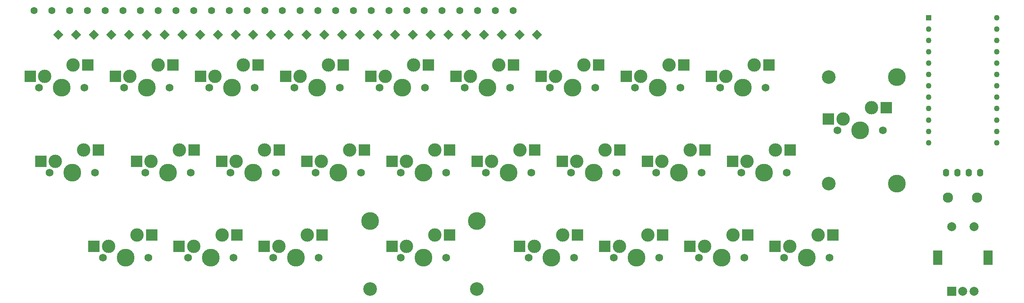
<source format=gbr>
%TF.GenerationSoftware,KiCad,Pcbnew,(6.0.5)*%
%TF.CreationDate,2022-06-01T12:58:50-07:00*%
%TF.ProjectId,hannah_montana,68616e6e-6168-45f6-9d6f-6e74616e612e,rev?*%
%TF.SameCoordinates,Original*%
%TF.FileFunction,Soldermask,Bot*%
%TF.FilePolarity,Negative*%
%FSLAX46Y46*%
G04 Gerber Fmt 4.6, Leading zero omitted, Abs format (unit mm)*
G04 Created by KiCad (PCBNEW (6.0.5)) date 2022-06-01 12:58:50*
%MOMM*%
%LPD*%
G01*
G04 APERTURE LIST*
G04 Aperture macros list*
%AMHorizOval*
0 Thick line with rounded ends*
0 $1 width*
0 $2 $3 position (X,Y) of the first rounded end (center of the circle)*
0 $4 $5 position (X,Y) of the second rounded end (center of the circle)*
0 Add line between two ends*
20,1,$1,$2,$3,$4,$5,0*
0 Add two circle primitives to create the rounded ends*
1,1,$1,$2,$3*
1,1,$1,$4,$5*%
%AMRotRect*
0 Rectangle, with rotation*
0 The origin of the aperture is its center*
0 $1 length*
0 $2 width*
0 $3 Rotation angle, in degrees counterclockwise*
0 Add horizontal line*
21,1,$1,$2,0,0,$3*%
G04 Aperture macros list end*
%ADD10R,2.550000X2.500000*%
%ADD11C,3.987800*%
%ADD12C,1.750000*%
%ADD13C,3.000000*%
%ADD14C,3.048000*%
%ADD15C,1.270000*%
%ADD16R,1.270000X1.270000*%
%ADD17HorizOval,1.600000X0.000000X0.000000X0.000000X0.000000X0*%
%ADD18RotRect,1.600000X1.600000X135.000000*%
%ADD19C,2.300000*%
%ADD20O,1.397000X1.778000*%
%ADD21C,2.000000*%
%ADD22R,2.000000X3.200000*%
%ADD23R,2.000000X2.000000*%
G04 APERTURE END LIST*
D10*
%TO.C,MX6*%
X110617000Y-14763750D03*
X97690000Y-17303750D03*
D11*
X104775000Y-19843750D03*
D12*
X109855000Y-19843750D03*
X99695000Y-19843750D03*
D13*
X100965000Y-17303750D03*
X107315000Y-14763750D03*
%TD*%
D10*
%TO.C,MX9*%
X167767000Y-14763750D03*
X154840000Y-17303750D03*
D12*
X167005000Y-19843750D03*
X156845000Y-19843750D03*
D11*
X161925000Y-19843750D03*
D13*
X158115000Y-17303750D03*
X164465000Y-14763750D03*
%TD*%
D10*
%TO.C,MX3*%
X53467000Y-14763750D03*
X40540000Y-17303750D03*
D11*
X47625000Y-19843750D03*
D13*
X43815000Y-17303750D03*
X50165000Y-14763750D03*
D12*
X42545000Y-19843750D03*
X52705000Y-19843750D03*
%TD*%
D10*
%TO.C,MX8*%
X148717000Y-14763750D03*
X135790000Y-17303750D03*
D13*
X145415000Y-14763750D03*
X139065000Y-17303750D03*
D12*
X147955000Y-19843750D03*
D11*
X142875000Y-19843750D03*
D12*
X137795000Y-19843750D03*
%TD*%
D10*
%TO.C,MX5*%
X91567000Y-14763750D03*
X78640000Y-17303750D03*
D11*
X85725000Y-19843750D03*
D13*
X81915000Y-17303750D03*
D12*
X90805000Y-19843750D03*
X80645000Y-19843750D03*
D13*
X88265000Y-14763750D03*
%TD*%
D10*
%TO.C,MX10*%
X193960750Y-24288750D03*
X181033750Y-26828750D03*
D14*
X181133750Y-17430750D03*
D11*
X196373750Y-17430750D03*
D12*
X193198750Y-29368750D03*
D14*
X181133750Y-41306750D03*
D13*
X184308750Y-26828750D03*
D12*
X183038750Y-29368750D03*
D13*
X190658750Y-24288750D03*
D11*
X196373750Y-41306750D03*
X188118750Y-29368750D03*
%TD*%
D15*
%TO.C,U1*%
X218757500Y-4127500D03*
X218757500Y-6667500D03*
X218757500Y-9207500D03*
X218757500Y-11747500D03*
X218757500Y-14287500D03*
X218757500Y-16827500D03*
X218757500Y-19367500D03*
X218757500Y-21907500D03*
X218757500Y-24447500D03*
X218757500Y-27057500D03*
X218757500Y-29597500D03*
X218757500Y-32137500D03*
X203517500Y-32137500D03*
X203517500Y-29597500D03*
X203517500Y-27057500D03*
X203517500Y-24447500D03*
X203517500Y-21907500D03*
X203517500Y-19367500D03*
X203517500Y-16827500D03*
X203517500Y-14287500D03*
X203517500Y-11747500D03*
X203517500Y-9207500D03*
X203517500Y-6667500D03*
D16*
X203517500Y-4127500D03*
%TD*%
D17*
%TO.C,D20*%
X78749346Y-2549346D03*
D18*
X84137500Y-7937500D03*
%TD*%
D19*
%TO.C,SW1*%
X214312500Y-44450000D03*
X207812500Y-44450000D03*
%TD*%
D10*
%TO.C,MX23*%
X96329500Y-52863750D03*
X83402500Y-55403750D03*
D14*
X102425500Y-64928750D03*
D13*
X93027500Y-52863750D03*
D12*
X95567500Y-57943750D03*
D11*
X102425500Y-49688750D03*
X78549500Y-49688750D03*
D12*
X85407500Y-57943750D03*
D11*
X90487500Y-57943750D03*
D14*
X78549500Y-64928750D03*
D13*
X86677500Y-55403750D03*
%TD*%
D10*
%TO.C,MX19*%
X172529500Y-33813750D03*
X159602500Y-36353750D03*
D11*
X166687500Y-38893750D03*
D12*
X171767500Y-38893750D03*
X161607500Y-38893750D03*
D13*
X162877500Y-36353750D03*
X169227500Y-33813750D03*
%TD*%
D17*
%TO.C,D17*%
X66843096Y-2549346D03*
D18*
X72231250Y-7937500D03*
%TD*%
D17*
%TO.C,D2*%
X7311846Y-2549346D03*
D18*
X12700000Y-7937500D03*
%TD*%
D10*
%TO.C,MX4*%
X72517000Y-14763750D03*
X59590000Y-17303750D03*
D12*
X61595000Y-19843750D03*
D11*
X66675000Y-19843750D03*
D13*
X62865000Y-17303750D03*
X69215000Y-14763750D03*
D12*
X71755000Y-19843750D03*
%TD*%
D17*
%TO.C,D10*%
X39061846Y-2549346D03*
D18*
X44450000Y-7937500D03*
%TD*%
D17*
%TO.C,D28*%
X110499346Y-2549346D03*
D18*
X115887500Y-7937500D03*
%TD*%
D17*
%TO.C,D13*%
X50968096Y-2549346D03*
D18*
X56356250Y-7937500D03*
%TD*%
D17*
%TO.C,D7*%
X27155596Y-2549346D03*
D18*
X32543750Y-7937500D03*
%TD*%
D10*
%TO.C,MX22*%
X67754500Y-52863750D03*
X54827500Y-55403750D03*
D12*
X56832500Y-57943750D03*
D13*
X64452500Y-52863750D03*
X58102500Y-55403750D03*
D12*
X66992500Y-57943750D03*
D11*
X61912500Y-57943750D03*
%TD*%
D17*
%TO.C,D3*%
X11280596Y-2549346D03*
D18*
X16668750Y-7937500D03*
%TD*%
D17*
%TO.C,D1*%
X3343096Y-2549346D03*
D18*
X8731250Y-7937500D03*
%TD*%
D17*
%TO.C,D12*%
X46999346Y-2549346D03*
D18*
X52387500Y-7937500D03*
%TD*%
D10*
%TO.C,MX18*%
X153479500Y-33813750D03*
X140552500Y-36353750D03*
D11*
X147637500Y-38893750D03*
D13*
X143827500Y-36353750D03*
X150177500Y-33813750D03*
D12*
X142557500Y-38893750D03*
X152717500Y-38893750D03*
%TD*%
D17*
%TO.C,D24*%
X94624346Y-2549346D03*
D18*
X100012500Y-7937500D03*
%TD*%
D17*
%TO.C,D16*%
X62874346Y-2549346D03*
D18*
X68262500Y-7937500D03*
%TD*%
D10*
%TO.C,MX20*%
X29654500Y-52863750D03*
X16727500Y-55403750D03*
D13*
X20002500Y-55403750D03*
D12*
X18732500Y-57943750D03*
X28892500Y-57943750D03*
D11*
X23812500Y-57943750D03*
D13*
X26352500Y-52863750D03*
%TD*%
D10*
%TO.C,MX25*%
X143954500Y-52863750D03*
X131027500Y-55403750D03*
D12*
X143192500Y-57943750D03*
D11*
X138112500Y-57943750D03*
D13*
X140652500Y-52863750D03*
D12*
X133032500Y-57943750D03*
D13*
X134302500Y-55403750D03*
%TD*%
D10*
%TO.C,MX15*%
X96329500Y-33813750D03*
X83402500Y-36353750D03*
D13*
X93027500Y-33813750D03*
D12*
X85407500Y-38893750D03*
D11*
X90487500Y-38893750D03*
D13*
X86677500Y-36353750D03*
D12*
X95567500Y-38893750D03*
%TD*%
D10*
%TO.C,MX17*%
X134429500Y-33813750D03*
X121502500Y-36353750D03*
D11*
X128587500Y-38893750D03*
D13*
X131127500Y-33813750D03*
D12*
X133667500Y-38893750D03*
X123507500Y-38893750D03*
D13*
X124777500Y-36353750D03*
%TD*%
D10*
%TO.C,MX21*%
X48704500Y-52863750D03*
X35777500Y-55403750D03*
D12*
X47942500Y-57943750D03*
D13*
X39052500Y-55403750D03*
D11*
X42862500Y-57943750D03*
D12*
X37782500Y-57943750D03*
D13*
X45402500Y-52863750D03*
%TD*%
D10*
%TO.C,MX27*%
X182054500Y-52863750D03*
X169127500Y-55403750D03*
D12*
X181292500Y-57943750D03*
X171132500Y-57943750D03*
D11*
X176212500Y-57943750D03*
D13*
X172402500Y-55403750D03*
X178752500Y-52863750D03*
%TD*%
D17*
%TO.C,D11*%
X43030596Y-2549346D03*
D18*
X48418750Y-7937500D03*
%TD*%
D10*
%TO.C,MX13*%
X58229500Y-33813750D03*
X45302500Y-36353750D03*
D12*
X47307500Y-38893750D03*
D11*
X52387500Y-38893750D03*
D13*
X54927500Y-33813750D03*
X48577500Y-36353750D03*
D12*
X57467500Y-38893750D03*
%TD*%
D10*
%TO.C,MX2*%
X34417000Y-14763750D03*
X21490000Y-17303750D03*
D13*
X31115000Y-14763750D03*
X24765000Y-17303750D03*
D12*
X23495000Y-19843750D03*
X33655000Y-19843750D03*
D11*
X28575000Y-19843750D03*
%TD*%
D10*
%TO.C,MX7*%
X129667000Y-14763750D03*
X116740000Y-17303750D03*
D11*
X123825000Y-19843750D03*
D12*
X118745000Y-19843750D03*
D13*
X120015000Y-17303750D03*
D12*
X128905000Y-19843750D03*
D13*
X126365000Y-14763750D03*
%TD*%
D17*
%TO.C,D27*%
X106530596Y-2549346D03*
D18*
X111918750Y-7937500D03*
%TD*%
D17*
%TO.C,D9*%
X35093096Y-2549346D03*
D18*
X40481250Y-7937500D03*
%TD*%
D17*
%TO.C,D25*%
X98593096Y-2549346D03*
D18*
X103981250Y-7937500D03*
%TD*%
D10*
%TO.C,MX26*%
X163004500Y-52863750D03*
X150077500Y-55403750D03*
D13*
X153352500Y-55403750D03*
D12*
X152082500Y-57943750D03*
X162242500Y-57943750D03*
D13*
X159702500Y-52863750D03*
D11*
X157162500Y-57943750D03*
%TD*%
D10*
%TO.C,MX11*%
X17748250Y-33813750D03*
X4821250Y-36353750D03*
D13*
X14446250Y-33813750D03*
D12*
X6826250Y-38893750D03*
D13*
X8096250Y-36353750D03*
D11*
X11906250Y-38893750D03*
D12*
X16986250Y-38893750D03*
%TD*%
D20*
%TO.C,J1*%
X215037500Y-38893750D03*
X212487500Y-38893750D03*
X209937500Y-38893750D03*
X207387500Y-38893750D03*
%TD*%
D17*
%TO.C,D22*%
X86686846Y-2549346D03*
D18*
X92075000Y-7937500D03*
%TD*%
D10*
%TO.C,MX24*%
X124904500Y-52863750D03*
X111977500Y-55403750D03*
D13*
X121602500Y-52863750D03*
D11*
X119062500Y-57943750D03*
D12*
X124142500Y-57943750D03*
X113982500Y-57943750D03*
D13*
X115252500Y-55403750D03*
%TD*%
D17*
%TO.C,D14*%
X54936846Y-2549346D03*
D18*
X60325000Y-7937500D03*
%TD*%
D10*
%TO.C,MX14*%
X77279500Y-33813750D03*
X64352500Y-36353750D03*
D13*
X73977500Y-33813750D03*
D11*
X71437500Y-38893750D03*
D12*
X66357500Y-38893750D03*
X76517500Y-38893750D03*
D13*
X67627500Y-36353750D03*
%TD*%
D21*
%TO.C,EC1*%
X208637500Y-50943750D03*
X213637500Y-50943750D03*
D22*
X216737500Y-57943750D03*
X205537500Y-57943750D03*
D21*
X211137500Y-65443750D03*
X213637500Y-65443750D03*
D23*
X208637500Y-65443750D03*
%TD*%
D10*
%TO.C,MX12*%
X39179500Y-33813750D03*
X26252500Y-36353750D03*
D13*
X29527500Y-36353750D03*
D12*
X38417500Y-38893750D03*
D13*
X35877500Y-33813750D03*
D12*
X28257500Y-38893750D03*
D11*
X33337500Y-38893750D03*
%TD*%
D17*
%TO.C,D23*%
X90655596Y-2549346D03*
D18*
X96043750Y-7937500D03*
%TD*%
D17*
%TO.C,D4*%
X15249346Y-2549346D03*
D18*
X20637500Y-7937500D03*
%TD*%
D17*
%TO.C,D19*%
X74780596Y-2549346D03*
D18*
X80168750Y-7937500D03*
%TD*%
D17*
%TO.C,D21*%
X82718096Y-2549346D03*
D18*
X88106250Y-7937500D03*
%TD*%
D10*
%TO.C,MX16*%
X115379500Y-33813750D03*
X102452500Y-36353750D03*
D12*
X104457500Y-38893750D03*
X114617500Y-38893750D03*
D13*
X105727500Y-36353750D03*
X112077500Y-33813750D03*
D11*
X109537500Y-38893750D03*
%TD*%
D17*
%TO.C,D8*%
X31124346Y-2549346D03*
D18*
X36512500Y-7937500D03*
%TD*%
D17*
%TO.C,D6*%
X23186846Y-2549346D03*
D18*
X28575000Y-7937500D03*
%TD*%
D17*
%TO.C,D5*%
X19218096Y-2549346D03*
D18*
X24606250Y-7937500D03*
%TD*%
D10*
%TO.C,MX1*%
X15367000Y-14763750D03*
X2440000Y-17303750D03*
D13*
X12065000Y-14763750D03*
D12*
X4445000Y-19843750D03*
X14605000Y-19843750D03*
D13*
X5715000Y-17303750D03*
D11*
X9525000Y-19843750D03*
%TD*%
D17*
%TO.C,D26*%
X102561846Y-2549346D03*
D18*
X107950000Y-7937500D03*
%TD*%
D17*
%TO.C,D15*%
X58905596Y-2549346D03*
D18*
X64293750Y-7937500D03*
%TD*%
D17*
%TO.C,D18*%
X70811846Y-2549346D03*
D18*
X76200000Y-7937500D03*
%TD*%
M02*

</source>
